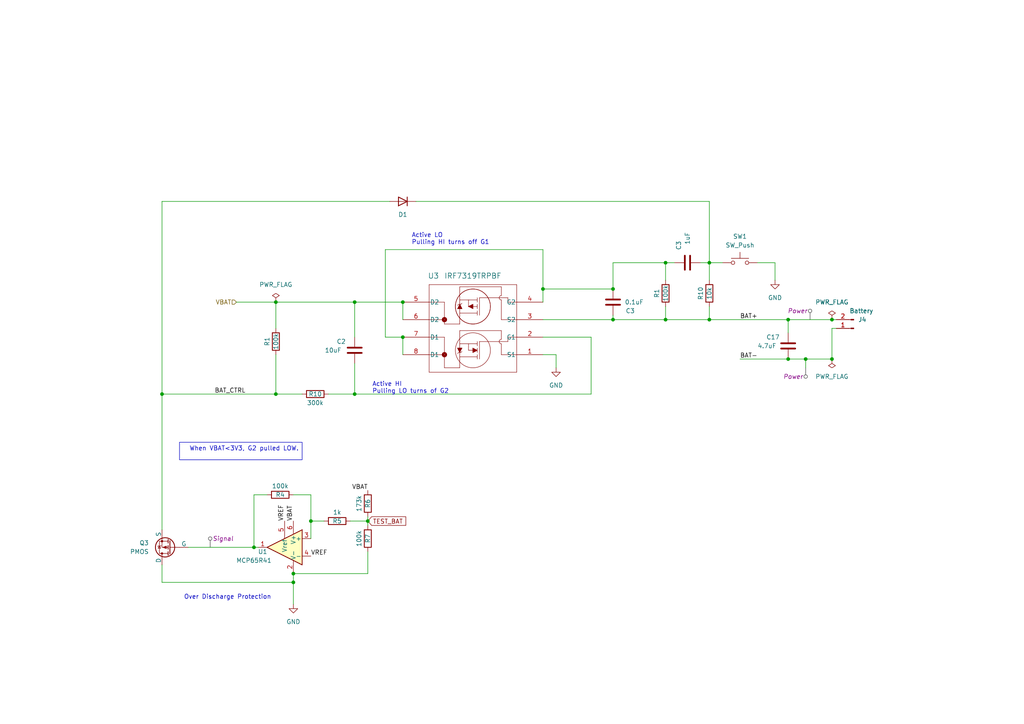
<source format=kicad_sch>
(kicad_sch (version 20230121) (generator eeschema)
  (paper "A4")
  (lib_symbols
    (symbol "Comparator:MCP65R41" (pin_names (offset 0.127))
      (property "Reference" "U" (at 1.27 3.81 0))
      (property "Value" "MCP65R41" (at 6.35 -3.81 0))
      (symbol "MCP65R41_0_1"
        (polyline (pts (xy -5.08 5.08) (xy -5.08 -5.08) (xy 5.08 0) (xy -5.08 5.08)) (stroke (width 0.254)) (fill (type background)))
      )
      (symbol "MCP65R41_1_1"
        (pin output line (at 7.62 0 180) (length 2.54) (name "~") (number "1"))
        (pin power_in line (at -2.54 -7.62 90) (length 3.81) (name "V-") (number "2"))
        (pin input line (at -7.62 2.54 0) (length 2.54) (name "+") (number "3"))
        (pin input line (at -7.62 -2.54 0) (length 2.54) (name "-") (number "4"))
        (pin power_out line (at 0 7.62 270) (length 5.08) (name "Vref") (number "5"))
        (pin power_in line (at -2.54 7.62 270) (length 3.81) (name "V+") (number "6"))
      )
    )
    (symbol "Connector:Conn_01x02_Pin" (pin_names (offset 1.016) hide)
      (property "Reference" "J" (at 0 2.54 0))
      (property "Value" "Conn_01x02_Pin" (at 0 -5.08 0))
      (symbol "Conn_01x02_Pin_1_1"
        (polyline (pts (xy 1.27 -2.54) (xy 0.8636 -2.54)) (stroke (width 0.1524)))
        (polyline (pts (xy 1.27 0) (xy 0.8636 0)) (stroke (width 0.1524)))
        (rectangle (start 0.8636 -2.413) (end 0 -2.667) (stroke (width 0.1524)) (fill (type outline)))
        (rectangle (start 0.8636 0.127) (end 0 -0.127) (stroke (width 0.1524)) (fill (type outline)))
        (pin passive line (at 5.08 0 180) (length 3.81) (name "Pin_1") (number "1"))
        (pin passive line (at 5.08 -2.54 180) (length 3.81) (name "Pin_2") (number "2"))
      )
    )
    (symbol "Device:C" (pin_numbers hide) (pin_names (offset 0.254))
      (property "Reference" "C" (at 0.635 2.54 0))
      (property "Value" "C" (at 0.635 -2.54 0))
      (symbol "C_0_1"
        (polyline (pts (xy -2.032 -0.762) (xy 2.032 -0.762)) (stroke (width 0.508)))
        (polyline (pts (xy -2.032 0.762) (xy 2.032 0.762)) (stroke (width 0.508)))
      )
      (symbol "C_1_1"
        (pin passive line (at 0 3.81 270) (length 2.794) (name "~") (number "1"))
        (pin passive line (at 0 -3.81 90) (length 2.794) (name "~") (number "2"))
      )
    )
    (symbol "Device:D" (pin_numbers hide) (pin_names (offset 1.016) hide)
      (property "Reference" "D" (at 0 2.54 0))
      (property "Value" "D" (at 0 -2.54 0))
      (symbol "D_0_1"
        (polyline (pts (xy -1.27 1.27) (xy -1.27 -1.27)) (stroke (width 0.254)))
        (polyline (pts (xy 1.27 0) (xy -1.27 0)))
        (polyline (pts (xy 1.27 1.27) (xy 1.27 -1.27) (xy -1.27 0) (xy 1.27 1.27)) (stroke (width 0.254)))
      )
      (symbol "D_1_1"
        (pin passive line (at -3.81 0 0) (length 2.54) (name "K") (number "1"))
        (pin passive line (at 3.81 0 180) (length 2.54) (name "A") (number "2"))
      )
    )
    (symbol "Device:R" (pin_numbers hide) (pin_names (offset 0))
      (property "Reference" "R" (at 2.032 0 90))
      (property "Value" "R" (at 0 0 90))
      (symbol "R_0_1"
        (rectangle (start -1.016 -2.54) (end 1.016 2.54) (stroke (width 0.254)))
      )
      (symbol "R_1_1"
        (pin passive line (at 0 3.81 270) (length 1.27) (name "~") (number "1"))
        (pin passive line (at 0 -3.81 90) (length 1.27) (name "~") (number "2"))
      )
    )
    (symbol "IRF7319T:IRF7319TRPBF" (pin_names (offset 0.254))
      (property "Reference" "U" (at 20.32 10.16 0))
      (property "Value" "IRF7319TRPBF" (at 20.32 7.62 0))
      (symbol "IRF7319TRPBF_0_1"
        (polyline (pts (xy 7.62 -20.32) (xy 33.02 -20.32)) (stroke (width 0.127)))
        (polyline (pts (xy 7.62 5.08) (xy 7.62 -20.32)) (stroke (width 0.127)))
        (polyline (pts (xy 10.16 -16.51) (xy 10.16 -15.24)) (stroke (width 0.127)))
        (polyline (pts (xy 10.16 -15.24) (xy 7.62 -15.24)) (stroke (width 0.127)))
        (polyline (pts (xy 10.16 -5.08) (xy 7.62 -5.08)) (stroke (width 0.127)))
        (polyline (pts (xy 10.16 -3.81) (xy 10.16 -5.08)) (stroke (width 0.127)))
        (polyline (pts (xy 12.065 -19.685) (xy 24.13 -19.685)) (stroke (width 0.127)))
        (polyline (pts (xy 12.065 -17.145) (xy 12.065 -19.685)) (stroke (width 0.127)))
        (polyline (pts (xy 12.065 -15.875) (xy 12.065 -10.16)) (stroke (width 0.127)))
        (polyline (pts (xy 12.065 -10.16) (xy 7.62 -10.16)) (stroke (width 0.127)))
        (polyline (pts (xy 12.065 -6.985) (xy 24.13 -6.985)) (stroke (width 0.127)))
        (polyline (pts (xy 12.065 -4.445) (xy 12.065 -6.985)) (stroke (width 0.127)))
        (polyline (pts (xy 12.065 -3.175) (xy 12.065 0)) (stroke (width 0.127)))
        (polyline (pts (xy 12.065 0) (xy 7.62 0)) (stroke (width 0.127)))
        (polyline (pts (xy 18.415 -16.51) (xy 10.16 -16.51)) (stroke (width 0.127)))
        (polyline (pts (xy 18.415 -11.43) (xy 18.415 -16.51)) (stroke (width 0.127)))
        (polyline (pts (xy 18.415 -3.81) (xy 10.16 -3.81)) (stroke (width 0.127)))
        (polyline (pts (xy 18.415 1.27) (xy 18.415 -3.81)) (stroke (width 0.127)))
        (polyline (pts (xy 19.05 -15.875) (xy 24.13 -15.875)) (stroke (width 0.127)))
        (polyline (pts (xy 19.05 -15.24) (xy 19.05 -16.51)) (stroke (width 0.127)))
        (polyline (pts (xy 19.05 -13.97) (xy 21.59 -13.97)) (stroke (width 0.127)))
        (polyline (pts (xy 19.05 -13.335) (xy 19.05 -14.605)) (stroke (width 0.127)))
        (polyline (pts (xy 19.05 -12.7) (xy 19.05 -11.43)) (stroke (width 0.127)))
        (polyline (pts (xy 19.05 -12.065) (xy 24.13 -12.065)) (stroke (width 0.127)))
        (polyline (pts (xy 19.05 -3.175) (xy 24.13 -3.175)) (stroke (width 0.127)))
        (polyline (pts (xy 19.05 -2.54) (xy 19.05 -3.81)) (stroke (width 0.127)))
        (polyline (pts (xy 19.05 -1.27) (xy 20.32 -0.635)) (stroke (width 0.127)))
        (polyline (pts (xy 19.05 -1.27) (xy 21.59 -1.27)) (stroke (width 0.127)))
        (polyline (pts (xy 19.05 -0.635) (xy 19.05 -1.905)) (stroke (width 0.127)))
        (polyline (pts (xy 19.05 0) (xy 19.05 1.27)) (stroke (width 0.127)))
        (polyline (pts (xy 19.05 0.635) (xy 24.13 0.635)) (stroke (width 0.127)))
        (polyline (pts (xy 20.32 -14.605) (xy 20.32 -13.335)) (stroke (width 0.127)))
        (polyline (pts (xy 20.32 -13.335) (xy 21.59 -13.97)) (stroke (width 0.127)))
        (polyline (pts (xy 20.32 -1.905) (xy 19.05 -1.27)) (stroke (width 0.127)))
        (polyline (pts (xy 20.32 -0.635) (xy 20.32 -1.905)) (stroke (width 0.127)))
        (polyline (pts (xy 21.59 -13.97) (xy 20.32 -14.605)) (stroke (width 0.127)))
        (polyline (pts (xy 21.59 -13.97) (xy 21.59 -15.875)) (stroke (width 0.127)))
        (polyline (pts (xy 21.59 -1.27) (xy 21.59 -3.175)) (stroke (width 0.127)))
        (polyline (pts (xy 23.495 -13.335) (xy 24.13 -14.605)) (stroke (width 0.127)))
        (polyline (pts (xy 23.495 -1.905) (xy 24.765 -1.905)) (stroke (width 0.127)))
        (polyline (pts (xy 23.8125 -14.605) (xy 23.495 -14.9225)) (stroke (width 0.127)))
        (polyline (pts (xy 23.8125 -0.635) (xy 23.495 -0.9525)) (stroke (width 0.127)))
        (polyline (pts (xy 23.8125 -0.635) (xy 24.4475 -0.635)) (stroke (width 0.127)))
        (polyline (pts (xy 24.13 -19.685) (xy 24.13 -8.89)) (stroke (width 0.127)))
        (polyline (pts (xy 24.13 -14.605) (xy 24.765 -13.335)) (stroke (width 0.127)))
        (polyline (pts (xy 24.13 -6.985) (xy 24.13 3.81)) (stroke (width 0.127)))
        (polyline (pts (xy 24.13 -0.635) (xy 23.495 -1.905)) (stroke (width 0.127)))
        (polyline (pts (xy 24.4475 -14.605) (xy 23.8125 -14.605)) (stroke (width 0.127)))
        (polyline (pts (xy 24.4475 -14.605) (xy 24.765 -14.2875)) (stroke (width 0.127)))
        (polyline (pts (xy 24.4475 -0.635) (xy 24.765 -0.3175)) (stroke (width 0.127)))
        (polyline (pts (xy 24.765 -13.335) (xy 23.495 -13.335)) (stroke (width 0.127)))
        (polyline (pts (xy 24.765 -1.905) (xy 24.13 -0.635)) (stroke (width 0.127)))
        (polyline (pts (xy 28.575 -15.24) (xy 28.575 -8.89)) (stroke (width 0.127)))
        (polyline (pts (xy 28.575 -8.89) (xy 24.13 -8.89)) (stroke (width 0.127)))
        (polyline (pts (xy 28.575 -5.08) (xy 28.575 3.81)) (stroke (width 0.127)))
        (polyline (pts (xy 28.575 3.81) (xy 24.13 3.81)) (stroke (width 0.127)))
        (polyline (pts (xy 33.02 -20.32) (xy 33.02 5.08)) (stroke (width 0.127)))
        (polyline (pts (xy 33.02 -15.24) (xy 28.575 -15.24)) (stroke (width 0.127)))
        (polyline (pts (xy 33.02 -10.16) (xy 28.575 -10.16)) (stroke (width 0.127)))
        (polyline (pts (xy 33.02 -5.08) (xy 28.575 -5.08)) (stroke (width 0.127)))
        (polyline (pts (xy 33.02 0) (xy 28.575 0)) (stroke (width 0.127)))
        (polyline (pts (xy 33.02 5.08) (xy 7.62 5.08)) (stroke (width 0.127)))
        (polyline (pts (xy 20.32 -13.335) (xy 20.32 -14.605) (xy 21.59 -13.97)) (fill (type outline)))
        (polyline (pts (xy 20.32 -1.905) (xy 20.32 -0.635) (xy 19.05 -1.27)) (fill (type outline)))
        (polyline (pts (xy 23.495 -1.905) (xy 24.765 -1.905) (xy 24.13 -0.635)) (fill (type outline)))
        (polyline (pts (xy 24.765 -13.335) (xy 23.495 -13.335) (xy 24.13 -14.605)) (fill (type outline)))
        (arc (start 12.065 -17.145) (mid 12.6973 -16.51) (end 12.065 -15.875) (stroke (width 0.127)))
        (arc (start 12.065 -4.445) (mid 12.6973 -3.81) (end 12.065 -3.175) (stroke (width 0.127)))
        (circle (center 20.32 -13.97) (radius 5.08) (stroke (width 0.127)))
        (circle (center 20.32 -13.97) (radius 5.08) (stroke (width 0.127)))
        (circle (center 20.32 -1.27) (radius 5.08) (stroke (width 0.127)))
        (circle (center 28.575 -10.16) (radius 0.127) (stroke (width 0.635)))
        (circle (center 28.575 0) (radius 0.127) (stroke (width 0.635)))
        (pin unspecified line (at 0 0 0) (length 7.62) (name "S1") (number "1"))
        (pin unspecified line (at 0 -5.08 0) (length 7.62) (name "G1") (number "2"))
        (pin unspecified line (at 0 -10.16 0) (length 7.62) (name "S2") (number "3"))
        (pin unspecified line (at 0 -15.24 0) (length 7.62) (name "G2") (number "4"))
        (pin unspecified line (at 40.64 -15.24 180) (length 7.62) (name "D2") (number "5"))
        (pin unspecified line (at 40.64 -10.16 180) (length 7.62) (name "D2") (number "6"))
        (pin unspecified line (at 40.64 -5.08 180) (length 7.62) (name "D1") (number "7"))
        (pin unspecified line (at 40.64 0 180) (length 7.62) (name "D1") (number "8"))
      )
    )
    (symbol "Simulation_SPICE:PMOS" (pin_numbers hide) (pin_names (offset 0))
      (property "Reference" "Q" (at 5.08 1.27 0))
      (property "Value" "PMOS" (at 5.08 -1.27 0))
      (symbol "PMOS_0_1"
        (polyline (pts (xy 0.254 0) (xy -2.54 0)))
        (polyline (pts (xy 0.254 1.905) (xy 0.254 -1.905)) (stroke (width 0.254)))
        (polyline (pts (xy 0.762 -1.27) (xy 0.762 -2.286)) (stroke (width 0.254)))
        (polyline (pts (xy 0.762 0.508) (xy 0.762 -0.508)) (stroke (width 0.254)))
        (polyline (pts (xy 0.762 2.286) (xy 0.762 1.27)) (stroke (width 0.254)))
        (polyline (pts (xy 2.54 2.54) (xy 2.54 1.778)))
        (polyline (pts (xy 2.54 -2.54) (xy 2.54 0) (xy 0.762 0)))
        (polyline (pts (xy 0.762 1.778) (xy 3.302 1.778) (xy 3.302 -1.778) (xy 0.762 -1.778)))
        (polyline (pts (xy 2.286 0) (xy 1.27 0.381) (xy 1.27 -0.381) (xy 2.286 0)) (fill (type outline)))
        (polyline (pts (xy 2.794 -0.508) (xy 2.921 -0.381) (xy 3.683 -0.381) (xy 3.81 -0.254)))
        (polyline (pts (xy 3.302 -0.381) (xy 2.921 0.254) (xy 3.683 0.254) (xy 3.302 -0.381)))
        (circle (center 1.651 0) (radius 2.794) (stroke (width 0.254)))
        (circle (center 2.54 -1.778) (radius 0.254) (fill (type outline)))
        (circle (center 2.54 1.778) (radius 0.254) (fill (type outline)))
      )
      (symbol "PMOS_1_1"
        (pin passive line (at 2.54 5.08 270) (length 2.54) (name "D") (number "1"))
        (pin input line (at -5.08 0 0) (length 2.54) (name "G") (number "2"))
        (pin passive line (at 2.54 -5.08 90) (length 2.54) (name "S") (number "3"))
      )
    )
    (symbol "Switch:SW_Push" (pin_numbers hide) (pin_names (offset 1.016) hide)
      (property "Reference" "SW" (at 1.27 2.54 0))
      (property "Value" "SW_Push" (at 0 -1.524 0))
      (symbol "SW_Push_0_1"
        (circle (center -2.032 0) (radius 0.508))
        (polyline (pts (xy 0 1.27) (xy 0 3.048)))
        (polyline (pts (xy 2.54 1.27) (xy -2.54 1.27)))
        (circle (center 2.032 0) (radius 0.508))
        (pin passive line (at -5.08 0 0) (length 2.54) (name "1") (number "1"))
        (pin passive line (at 5.08 0 180) (length 2.54) (name "2") (number "2"))
      )
    )
    (symbol "power:GND" (power) (pin_names (offset 0))
      (property "Value" "GND" (at 0 -3.81 0))
      (symbol "GND_0_1"
        (polyline (pts (xy 0 0) (xy 0 -1.27) (xy 1.27 -1.27) (xy 0 -2.54) (xy -1.27 -1.27) (xy 0 -1.27)))
      )
      (symbol "GND_1_1"
        (pin power_in line (at 0 0 270) (length 0) hide (name "GND") (number "1"))
      )
    )
    (symbol "power:PWR_FLAG" (power) (pin_numbers hide) (pin_names (offset 0) hide)
      (property "Value" "PWR_FLAG" (at 0 3.81 0))
      (symbol "PWR_FLAG_0_0"
        (pin power_out line (at 0 0 90) (length 0) (name "pwr") (number "1"))
      )
      (symbol "PWR_FLAG_0_1"
        (polyline (pts (xy 0 0) (xy 0 1.27) (xy -1.016 1.905) (xy 0 2.54) (xy 1.016 1.905) (xy 0 1.27)))
      )
    )
  )
  (junction (at 205.74 76.2))
  (junction (at 177.8 83.82))
  (junction (at 193.04 92.71))
  (junction (at 241.3 92.71))
  (junction (at 73.66 158.75))
  (junction (at 85.09 166.37))
  (junction (at 228.6 104.14))
  (junction (at 80.01 87.63))
  (junction (at 193.04 76.2))
  (junction (at 241.3 104.14))
  (junction (at 102.87 114.3))
  (junction (at 228.6 92.71))
  (junction (at 85.09 168.91))
  (junction (at 233.68 104.14))
  (junction (at 205.74 92.71))
  (junction (at 116.84 97.79))
  (junction (at 157.48 83.82))
  (junction (at 116.84 87.63))
  (junction (at 177.8 92.71))
  (junction (at 80.01 114.3))
  (junction (at 46.99 114.3))
  (junction (at 102.87 87.63))
  (junction (at 90.17 151.13))
  (junction (at 106.68 151.13))
  (wire (pts (xy 73.66 158.75) (xy 74.93 158.75)))
  (wire (pts (xy 102.87 87.63) (xy 116.84 87.63)))
  (wire (pts (xy 214.63 104.14) (xy 228.6 104.14)))
  (wire (pts (xy 177.8 83.82) (xy 157.48 83.82)))
  (wire (pts (xy 157.48 92.71) (xy 177.8 92.71)))
  (wire (pts (xy 157.48 102.87) (xy 161.29 102.87)))
  (wire (pts (xy 228.6 92.71) (xy 228.6 96.52)))
  (wire (pts (xy 111.76 97.79) (xy 116.84 97.79)))
  (wire (pts (xy 171.45 97.79) (xy 157.48 97.79)))
  (wire (pts (xy 46.99 114.3) (xy 80.01 114.3)))
  (wire (pts (xy 95.25 114.3) (xy 102.87 114.3)))
  (wire (pts (xy 101.6 151.13) (xy 106.68 151.13)))
  (wire (pts (xy 177.8 76.2) (xy 177.8 83.82)))
  (wire (pts (xy 46.99 163.83) (xy 46.99 168.91)))
  (wire (pts (xy 241.3 95.25) (xy 241.3 104.14)))
  (wire (pts (xy 120.65 58.42) (xy 205.74 58.42)))
  (wire (pts (xy 171.45 97.79) (xy 171.45 114.3)))
  (wire (pts (xy 205.74 92.71) (xy 228.6 92.71)))
  (wire (pts (xy 68.58 87.63) (xy 80.01 87.63)))
  (wire (pts (xy 93.98 151.13) (xy 90.17 151.13)))
  (wire (pts (xy 233.68 104.14) (xy 233.68 106.68)))
  (wire (pts (xy 193.04 76.2) (xy 195.58 76.2)))
  (wire (pts (xy 157.48 72.39) (xy 157.48 83.82)))
  (wire (pts (xy 241.3 92.71) (xy 242.57 92.71)))
  (wire (pts (xy 205.74 88.9) (xy 205.74 92.71)))
  (wire (pts (xy 116.84 87.63) (xy 116.84 92.71)))
  (wire (pts (xy 241.3 95.25) (xy 242.57 95.25)))
  (wire (pts (xy 54.61 158.75) (xy 73.66 158.75)))
  (wire (pts (xy 46.99 168.91) (xy 85.09 168.91)))
  (wire (pts (xy 224.79 76.2) (xy 224.79 81.28)))
  (wire (pts (xy 90.17 143.51) (xy 90.17 151.13)))
  (wire (pts (xy 106.68 149.86) (xy 106.68 151.13)))
  (wire (pts (xy 177.8 92.71) (xy 193.04 92.71)))
  (wire (pts (xy 228.6 92.71) (xy 241.3 92.71)))
  (wire (pts (xy 193.04 92.71) (xy 205.74 92.71)))
  (wire (pts (xy 106.68 151.13) (xy 106.68 152.4)))
  (wire (pts (xy 193.04 81.28) (xy 193.04 76.2)))
  (wire (pts (xy 46.99 114.3) (xy 46.99 58.42)))
  (wire (pts (xy 228.6 104.14) (xy 233.68 104.14)))
  (wire (pts (xy 203.2 76.2) (xy 205.74 76.2)))
  (wire (pts (xy 177.8 91.44) (xy 177.8 92.71)))
  (wire (pts (xy 102.87 105.41) (xy 102.87 114.3)))
  (wire (pts (xy 113.03 58.42) (xy 46.99 58.42)))
  (wire (pts (xy 90.17 143.51) (xy 85.09 143.51)))
  (wire (pts (xy 87.63 114.3) (xy 80.01 114.3)))
  (wire (pts (xy 205.74 58.42) (xy 205.74 76.2)))
  (wire (pts (xy 90.17 151.13) (xy 90.17 156.21)))
  (wire (pts (xy 80.01 87.63) (xy 102.87 87.63)))
  (wire (pts (xy 219.71 76.2) (xy 224.79 76.2)))
  (wire (pts (xy 209.55 76.2) (xy 205.74 76.2)))
  (wire (pts (xy 157.48 83.82) (xy 157.48 87.63)))
  (wire (pts (xy 193.04 76.2) (xy 177.8 76.2)))
  (wire (pts (xy 116.84 97.79) (xy 116.84 102.87)))
  (wire (pts (xy 102.87 114.3) (xy 171.45 114.3)))
  (wire (pts (xy 157.48 72.39) (xy 111.76 72.39)))
  (wire (pts (xy 85.09 175.26) (xy 85.09 168.91)))
  (wire (pts (xy 46.99 114.3) (xy 46.99 153.67)))
  (wire (pts (xy 85.09 168.91) (xy 85.09 166.37)))
  (wire (pts (xy 80.01 95.25) (xy 80.01 87.63)))
  (wire (pts (xy 161.29 102.87) (xy 161.29 106.68)))
  (wire (pts (xy 106.68 160.02) (xy 106.68 166.37)))
  (wire (pts (xy 77.47 143.51) (xy 73.66 143.51)))
  (wire (pts (xy 205.74 76.2) (xy 205.74 81.28)))
  (wire (pts (xy 106.68 166.37) (xy 85.09 166.37)))
  (wire (pts (xy 73.66 143.51) (xy 73.66 158.75)))
  (wire (pts (xy 233.68 104.14) (xy 241.3 104.14)))
  (wire (pts (xy 193.04 88.9) (xy 193.04 92.71)))
  (wire (pts (xy 80.01 102.87) (xy 80.01 114.3)))
  (wire (pts (xy 102.87 87.63) (xy 102.87 97.79)))
  (wire (pts (xy 111.76 72.39) (xy 111.76 97.79)))
  (text_box "When VBAT<3V3, G2 pulled LOW.\n\n" (at 52.07 128.27 0) (size 35.56 5.08) (effects (font (size 1.27 1.27)) (justify right top)))
  (text "Active HI\nPulling LO turns of G2" (at 107.95 114.3 0) (effects (font (size 1.27 1.27)) (justify left bottom)))
  (text "Active LO\nPulling HI turns off G1" (at 119.38 71.12 0) (effects (font (size 1.27 1.27)) (justify left bottom)))
  (text "Over Discharge Protection" (at 53.34 173.99 0) (effects (font (size 1.27 1.27)) (justify left bottom)))
  (label "VBAT" (at 85.09 151.13 90))
  (label "VREF" (at 90.17 161.29 0))
  (label "BAT_CTRL" (at 62.23 114.3 0))
  (label "VREF" (at 82.55 151.13 90))
  (label "VBAT" (at 106.68 142.24 180))
  (label "BAT-" (at 214.63 104.14 0))
  (label "BAT+" (at 214.63 92.71 0))
  (global_label "TEST_BAT" (shape input) (at 106.68 151.13 0) (property "Intersheetrefs" "${INTERSHEET_REFS}" (effects hide)))
  (hierarchical_label "VBAT" (shape input) (at 68.58 87.63 180))
  (netclass_flag "" (length 2.54) (shape round) (at 233.68 106.68 180) (property "Netclass" "Power" (at 232.9815 109.22 0) (effects (font italic) (justify right))))
  (netclass_flag "" (length 2.54) (shape round) (at 60.96 158.75 0) (property "Netclass" "Signal" (at 61.6585 156.21 0) (effects (font italic) (justify left))))
  (netclass_flag "" (length 2.54) (shape round) (at 234.95 92.71 0) (property "Netclass" "Power" (at 234.2515 90.17 0) (effects (font italic) (justify right))))
  (symbol (lib_id "power:GND") (at 85.09 175.26 0) (mirror y) (unit 1)
    (property "Reference" "#PWR04" (effects hide))
    (property "Value" "GND" (at 85.09 180.34 0))
  )
  (symbol (lib_id "Device:R") (at 205.74 85.09 0) (mirror y) (unit 1)
    (property "Reference" "R10" (at 203.2 85.09 90))
    (property "Value" "10k" (at 205.74 85.09 90))
    (property "Footprint" "Resistor_SMD:R_0402_1005Metric_Pad0.72x0.64mm_HandSolder" (effects hide))
    (property "Part" "RC0402JR-0710KL" (effects hide))
    (instances (project "BLE_REMOTE" (path "" (reference "R10") (unit 1)) (path "" (reference "R27") (unit 1))))
  )
  (symbol (lib_id "Device:R") (at 97.79 151.13 270) (mirror x) (unit 1)
    (property "Reference" "R5" (at 97.79 151.13 90))
    (property "Value" "1k" (at 97.79 148.59 90))
    (property "Footprint" "Resistor_SMD:R_0402_1005Metric_Pad0.72x0.64mm_HandSolder" (effects hide))
    (property "Datasheet" "https://www.digikey.ca/en/products/detail/yageo/RC0402FR-071KL/726513" (effects hide))
    (property "Part" "RC0402FR-071KL" (effects hide))
  )
  (symbol (lib_id "Device:R") (at 81.28 143.51 270) (mirror x) (unit 1)
    (property "Reference" "R4" (at 81.28 143.51 90))
    (property "Value" "100k" (at 81.28 140.97 90))
    (property "Footprint" "Resistor_SMD:R_0402_1005Metric_Pad0.72x0.64mm_HandSolder" (effects hide))
    (property "Datasheet" "https://www.digikey.ca/en/products/detail/yageo/RC0402FR-07100KL/726526" (effects hide))
    (property "Part" "RC0402FR-07100KL" (effects hide))
  )
  (symbol (lib_id "Device:R") (at 80.01 99.06 0) (unit 1)
    (property "Reference" "R1" (at 77.47 99.06 90))
    (property "Value" "100k" (at 80.01 99.06 90))
    (property "Footprint" "Resistor_SMD:R_0402_1005Metric_Pad0.72x0.64mm_HandSolder" (effects hide))
    (property "Datasheet" "https://www.digikey.ca/en/products/detail/yageo/RC0402FR-07100KL/726526" (effects hide))
    (property "Part" "RC0402FR-07100KL" (effects hide))
  )
  (symbol (lib_id "Connector:Conn_01x02_Pin") (at 247.65 95.25 180) (unit 1)
    (property "Reference" "J4" (at 248.92 92.71 0) (effects (justify right)))
    (property "Value" "Battery" (at 246.38 90.17 0) (effects (justify right)))
    (property "Footprint" "_Parts:2pad_conn_sm" (effects hide))
  )
  (symbol (lib_id "power:GND") (at 224.79 81.28 0) (mirror y) (unit 1)
    (property "Reference" "#PWR01" (effects hide))
    (property "Value" "GND" (at 224.79 86.36 0))
  )
  (symbol (lib_id "Simulation_SPICE:PMOS") (at 49.53 158.75 180) (unit 1)
    (property "Reference" "Q3" (at 43.18 157.48 0) (effects (justify left)))
    (property "Value" "PMOS" (at 43.18 160.02 0) (effects (justify left)))
    (property "Footprint" "Package_TO_SOT_SMD:SOT-323_SC-70_Handsoldering" (effects hide))
    (property "Datasheet" "https://www.digikey.ca/en/products/detail/diodes-incorporated/DMP2160UW-7/2052777" (effects hide))
    (property "Sim.Device" "PMOS" (effects hide))
    (property "Sim.Type" "VDMOS" (effects hide))
    (property "Sim.Pins" "1=D 2=G 3=S" (effects hide))
    (property "Part" "DMP2160UW-7" (effects hide))
  )
  (symbol (lib_id "Comparator:MCP65R41") (at 82.55 158.75 0) (mirror y) (unit 1)
    (property "Reference" "U1" (at 76.2 160.02 0))
    (property "Value" "MCP65R41" (at 73.66 162.56 0))
    (property "Footprint" "Package_TO_SOT_SMD:SOT-23-6" (effects hide))
    (property "Datasheet" "https://www.digikey.ca/en/products/detail/microchip-technology/MCP65R41T-1202E-CHY/2614949" (effects hide))
    (property "Part" "MCP65R41" (effects hide))
    (property "Sim.Library" "SPICE_TESTING\\MCP65R41_1202.txt" (effects hide))
    (property "Sim.Name" "MCP65R41_1202" (effects hide))
    (property "Sim.Device" "SUBCKT" (effects hide))
    (property "Sim.Pins" "1=1 2=2 3=3 4=4 5=5 6=6" (effects hide))
  )
  (symbol (lib_id "Device:C") (at 177.8 87.63 180) (unit 1)
    (property "Reference" "C3" (at 184.15 90.17 0) (effects (justify left)))
    (property "Value" "0.1uF" (at 186.69 87.63 0) (effects (justify left)))
    (property "Footprint" "Capacitor_SMD:C_0402_1005Metric_Pad0.74x0.62mm_HandSolder" (effects hide))
    (property "Datasheet" "https://www.digikey.ca/en/products/detail/samsung-electro-mechanics/CL05B104KP5NNNC/3886660" (effects hide))
    (property "Part" "CL05B104KP5NNNC" (effects hide))
  )
  (symbol (lib_id "power:PWR_FLAG") (at 80.01 87.63 0) (unit 1)
    (property "Reference" "#FLG04" (effects hide))
    (property "Value" "PWR_FLAG" (at 80.01 82.55 0))
  )
  (symbol (lib_id "Device:C") (at 199.39 76.2 90) (mirror x) (unit 1)
    (property "Reference" "C3" (at 196.85 69.85 0) (effects (justify left)))
    (property "Value" "1uF" (at 199.39 67.31 0) (effects (justify left)))
    (property "Footprint" "Capacitor_SMD:C_0402_1005Metric_Pad0.74x0.62mm_HandSolder" (effects hide))
  )
  (symbol (lib_id "Device:R") (at 91.44 114.3 90) (mirror x) (unit 1)
    (property "Reference" "R10" (at 91.44 114.3 90))
    (property "Value" "300k" (at 91.44 116.84 90))
    (property "Footprint" "Resistor_SMD:R_0402_1005Metric_Pad0.72x0.64mm_HandSolder" (effects hide))
  )
  (symbol (lib_id "Device:R") (at 106.68 146.05 0) (mirror y) (unit 1)
    (property "Reference" "R6" (at 106.68 146.05 90))
    (property "Value" "173k" (at 104.14 146.05 90))
    (property "Footprint" "Resistor_SMD:R_0402_1005Metric_Pad0.72x0.64mm_HandSolder" (effects hide))
    (property "Datasheet" "https://www.digikey.ca/en/products/detail/yageo/RC0402FR-0716KL/726544" (effects hide))
    (property "Part" "RC0402FR-0716KL" (effects hide))
  )
  (symbol (lib_id "Device:R") (at 193.04 85.09 0) (unit 1)
    (property "Reference" "R1" (at 190.5 85.09 90))
    (property "Value" "100k" (at 193.04 85.09 90))
    (property "Footprint" "Resistor_SMD:R_0402_1005Metric_Pad0.72x0.64mm_HandSolder" (effects hide))
    (property "Datasheet" "https://www.digikey.ca/en/products/detail/yageo/RC0402FR-07100KL/726526" (effects hide))
    (property "Part" "RC0402FR-07100KL" (effects hide))
  )
  (symbol (lib_id "power:PWR_FLAG") (at 241.3 104.14 180) (unit 1)
    (property "Reference" "#FLG05" (effects hide))
    (property "Value" "PWR_FLAG" (at 241.3 109.22 0))
  )
  (symbol (lib_id "Switch:SW_Push") (at 214.63 76.2 0) (unit 1)
    (property "Reference" "SW1" (at 214.63 68.58 0))
    (property "Value" "SW_Push" (at 214.63 71.12 0))
    (property "Footprint" "Button_Switch_SMD:SW_Push_1P1T_NO_6x6mm_H9.5mm" (effects hide))
  )
  (symbol (lib_id "Device:D") (at 116.84 58.42 180) (unit 1)
    (property "Reference" "D1" (at 116.84 62.23 0))
    (property "Value" "1N4148WX-TP" (effects hide))
    (property "Footprint" "_Parts:CR_SOD323_MCC-L" (effects hide))
    (property "Datasheet" "https://www.digikey.ca/en/products/detail/micro-commercial-co/1N4148WX-TP/717197" (effects hide))
    (property "Sim.Device" "D" (effects hide))
    (property "Sim.Pins" "1=K 2=A" (effects hide))
    (property "Part" "1N4148WX-TP" (effects hide))
  )
  (symbol (lib_id "Device:C") (at 228.6 100.33 0) (unit 1)
    (property "Reference" "C17" (at 222.25 97.79 0) (effects (justify left)))
    (property "Value" "4.7uF" (at 219.71 100.33 0) (effects (justify left)))
    (property "Footprint" "Capacitor_SMD:C_0805_2012Metric_Pad1.18x1.45mm_HandSolder" (effects hide))
    (property "Datasheet" "https://www.digikey.ca/en/products/detail/samsung-electro-mechanics/CL21A475KAQNNNE/3886902" (effects hide))
    (property "Part" "CL21A475KAQNNNE" (effects hide))
  )
  (symbol (lib_id "IRF7319T:IRF7319TRPBF") (at 157.48 102.87 180) (unit 1)
    (property "Reference" "U3" (at 125.73 80.01 0) (effects (font (size 1.524 1.524))))
    (property "Value" "IRF7319TRPBF" (at 137.16 80.01 0) (effects (font (size 1.524 1.524))))
    (property "Footprint" "TRANS_IRF7103TRPBF_INF" (effects hide))
    (property "Datasheet" "IRF7319TRPBF" (effects hide))
  )
  (symbol (lib_id "Device:C") (at 102.87 101.6 0) (unit 1)
    (property "Reference" "C2" (at 100.33 99.06 0) (effects (justify right)))
    (property "Value" "10uF" (at 99.06 101.6 0) (effects (justify right)))
    (property "Footprint" "Capacitor_SMD:C_0402_1005Metric_Pad0.74x0.62mm_HandSolder" (effects hide))
    (property "Datasheet" "https://www.digikey.ca/en/products/detail/samsung-electro-mechanics/CL05A106MP5NUNC/3887108" (effects hide))
    (property "Part" "CL05A106MP5NUNC" (effects hide))
  )
  (symbol (lib_id "power:GND") (at 161.29 106.68 0) (mirror y) (unit 1)
    (property "Reference" "#PWR01" (effects hide))
    (property "Value" "GND" (at 161.29 111.76 0))
  )
  (symbol (lib_id "Device:R") (at 106.68 156.21 0) (mirror y) (unit 1)
    (property "Reference" "R7" (at 106.68 156.21 90))
    (property "Value" "100k" (at 104.14 156.21 90))
    (property "Footprint" "Resistor_SMD:R_0402_1005Metric_Pad0.72x0.64mm_HandSolder" (effects hide))
    (property "Datasheet" "https://www.digikey.ca/en/products/detail/yageo/RC0402FR-079K1L/726668" (effects hide))
    (property "Part" "RC0402FR-079K1L" (effects hide))
  )
  (symbol (lib_id "power:PWR_FLAG") (at 241.3 92.71 0) (unit 1)
    (property "Reference" "#FLG04" (effects hide))
    (property "Value" "PWR_FLAG" (at 241.3 87.63 0))
  )
)
</source>
